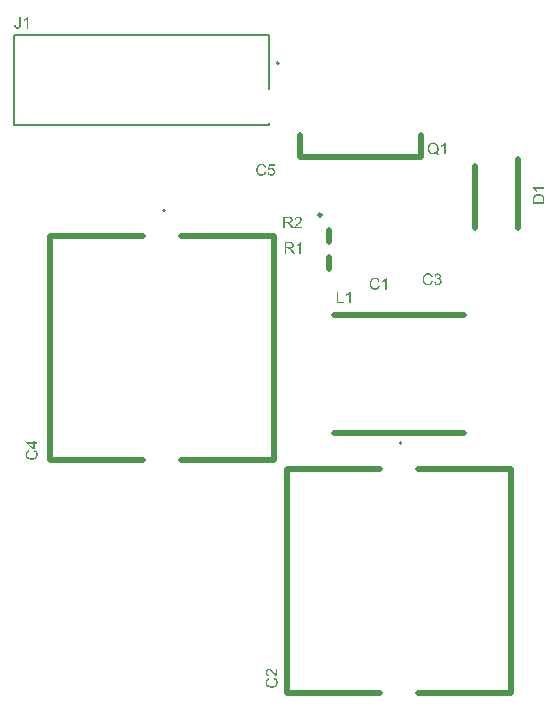
<source format=gbr>
%TF.GenerationSoftware,Altium Limited,Altium Designer,21.1.1 (26)*%
G04 Layer_Color=65535*
%FSLAX42Y42*%
%MOMM*%
%TF.SameCoordinates,4B38A6DA-841C-4E6F-8FC0-14FCB5F023F9*%
%TF.FilePolarity,Positive*%
%TF.FileFunction,Legend,Top*%
%TF.Part,Single*%
G01*
G75*
%TA.AperFunction,NonConductor*%
%ADD20C,0.51*%
%ADD32C,0.20*%
%ADD33C,0.25*%
%ADD34C,0.13*%
G36*
X6765Y11260D02*
Y11260D01*
Y11260D01*
Y11259D01*
Y11258D01*
X6765Y11257D01*
Y11256D01*
X6765Y11254D01*
X6765Y11250D01*
X6764Y11247D01*
X6763Y11244D01*
X6762Y11241D01*
Y11241D01*
X6762Y11241D01*
X6762Y11240D01*
X6761Y11239D01*
X6760Y11238D01*
X6759Y11236D01*
X6757Y11234D01*
X6755Y11233D01*
X6753Y11231D01*
X6752Y11231D01*
X6752Y11231D01*
X6750Y11230D01*
X6749Y11230D01*
X6746Y11229D01*
X6744Y11228D01*
X6741Y11228D01*
X6738Y11228D01*
X6737D01*
X6736Y11228D01*
X6735Y11228D01*
X6733Y11228D01*
X6730Y11229D01*
X6727Y11230D01*
X6724Y11231D01*
X6722Y11232D01*
X6721Y11233D01*
X6719Y11234D01*
X6718Y11235D01*
X6718Y11235D01*
X6718Y11235D01*
X6718Y11236D01*
X6717Y11237D01*
X6717Y11237D01*
X6716Y11238D01*
X6715Y11239D01*
X6715Y11241D01*
X6714Y11242D01*
X6714Y11244D01*
X6713Y11245D01*
X6712Y11247D01*
X6712Y11249D01*
X6712Y11252D01*
X6712Y11254D01*
Y11257D01*
X6723Y11259D01*
Y11258D01*
Y11258D01*
Y11258D01*
X6723Y11257D01*
X6724Y11256D01*
Y11255D01*
X6724Y11253D01*
X6724Y11250D01*
X6725Y11248D01*
X6726Y11245D01*
X6727Y11244D01*
X6727Y11243D01*
X6728Y11243D01*
X6728Y11243D01*
X6729Y11242D01*
X6730Y11241D01*
X6732Y11241D01*
X6733Y11240D01*
X6735Y11239D01*
X6738Y11239D01*
X6739D01*
X6739Y11239D01*
X6741Y11240D01*
X6742Y11240D01*
X6743Y11240D01*
X6745Y11241D01*
X6746Y11241D01*
X6746Y11242D01*
X6747Y11242D01*
X6747Y11242D01*
X6748Y11243D01*
X6749Y11244D01*
X6750Y11245D01*
X6750Y11246D01*
X6751Y11248D01*
Y11248D01*
X6751Y11248D01*
X6751Y11249D01*
X6752Y11250D01*
X6752Y11252D01*
X6752Y11254D01*
X6752Y11257D01*
Y11260D01*
Y11327D01*
X6765D01*
Y11260D01*
D02*
G37*
G36*
X6827Y11229D02*
X6815D01*
Y11306D01*
X6814Y11306D01*
X6814Y11305D01*
X6813Y11304D01*
X6812Y11303D01*
X6810Y11302D01*
X6808Y11301D01*
X6806Y11299D01*
X6803Y11297D01*
X6803D01*
X6803Y11297D01*
X6802Y11297D01*
X6801Y11296D01*
X6799Y11295D01*
X6797Y11294D01*
X6795Y11293D01*
X6793Y11292D01*
X6791Y11291D01*
Y11303D01*
X6791D01*
X6791Y11303D01*
X6792Y11303D01*
X6792Y11304D01*
X6793Y11304D01*
X6794Y11305D01*
X6797Y11306D01*
X6799Y11308D01*
X6802Y11310D01*
X6805Y11312D01*
X6808Y11314D01*
X6808Y11314D01*
X6808Y11315D01*
X6809Y11315D01*
X6809Y11315D01*
X6811Y11317D01*
X6812Y11319D01*
X6814Y11321D01*
X6816Y11323D01*
X6817Y11325D01*
X6819Y11327D01*
X6827D01*
Y11229D01*
D02*
G37*
G36*
X8939Y5743D02*
X8939D01*
X8938D01*
X8937D01*
X8936Y5743D01*
X8935Y5743D01*
X8933Y5744D01*
X8932Y5744D01*
X8930Y5745D01*
X8930D01*
X8930Y5745D01*
X8929Y5745D01*
X8928Y5746D01*
X8926Y5746D01*
X8924Y5748D01*
X8922Y5749D01*
X8920Y5750D01*
X8917Y5752D01*
X8917D01*
X8917Y5753D01*
X8916Y5753D01*
X8915Y5755D01*
X8913Y5757D01*
X8911Y5759D01*
X8909Y5761D01*
X8906Y5765D01*
X8903Y5768D01*
X8903Y5768D01*
X8902Y5769D01*
X8902Y5770D01*
X8901Y5771D01*
X8900Y5772D01*
X8898Y5773D01*
X8897Y5775D01*
X8895Y5777D01*
X8892Y5780D01*
X8889Y5784D01*
X8887Y5786D01*
X8885Y5787D01*
X8884Y5789D01*
X8882Y5790D01*
X8882D01*
X8882Y5790D01*
X8881Y5790D01*
X8881Y5791D01*
X8879Y5791D01*
X8877Y5793D01*
X8875Y5794D01*
X8873Y5795D01*
X8870Y5795D01*
X8868Y5795D01*
X8867D01*
X8867D01*
X8866Y5795D01*
X8865Y5795D01*
X8863Y5795D01*
X8862Y5794D01*
X8860Y5793D01*
X8858Y5792D01*
X8856Y5790D01*
X8855Y5790D01*
X8855Y5789D01*
X8854Y5788D01*
X8853Y5787D01*
X8852Y5785D01*
X8851Y5782D01*
X8851Y5780D01*
X8851Y5777D01*
Y5776D01*
X8851Y5775D01*
X8851Y5774D01*
X8851Y5772D01*
X8852Y5770D01*
X8853Y5767D01*
X8854Y5765D01*
X8856Y5763D01*
X8856Y5763D01*
X8857Y5762D01*
X8858Y5761D01*
X8860Y5760D01*
X8862Y5759D01*
X8864Y5759D01*
X8867Y5758D01*
X8870Y5758D01*
X8869Y5745D01*
X8869D01*
X8868Y5746D01*
X8868D01*
X8867Y5746D01*
X8866Y5746D01*
X8864Y5746D01*
X8863Y5747D01*
X8861Y5747D01*
X8858Y5748D01*
X8854Y5750D01*
X8853Y5751D01*
X8851Y5752D01*
X8850Y5753D01*
X8848Y5755D01*
X8848Y5755D01*
X8848Y5755D01*
X8847Y5756D01*
X8847Y5756D01*
X8846Y5757D01*
X8846Y5758D01*
X8845Y5759D01*
X8844Y5761D01*
X8844Y5762D01*
X8843Y5764D01*
X8842Y5766D01*
X8842Y5768D01*
X8842Y5770D01*
X8841Y5772D01*
X8841Y5775D01*
X8841Y5777D01*
Y5779D01*
X8841Y5780D01*
X8841Y5781D01*
X8841Y5782D01*
X8842Y5784D01*
X8842Y5785D01*
X8843Y5789D01*
X8844Y5792D01*
X8845Y5794D01*
X8846Y5796D01*
X8847Y5798D01*
X8849Y5799D01*
X8849Y5800D01*
X8849Y5800D01*
X8850Y5800D01*
X8850Y5801D01*
X8851Y5801D01*
X8852Y5802D01*
X8853Y5803D01*
X8854Y5804D01*
X8857Y5805D01*
X8860Y5806D01*
X8862Y5807D01*
X8864Y5807D01*
X8866Y5808D01*
X8868Y5808D01*
X8868D01*
X8869D01*
X8870Y5808D01*
X8872Y5807D01*
X8873Y5807D01*
X8875Y5807D01*
X8877Y5806D01*
X8879Y5805D01*
X8880Y5805D01*
X8880Y5805D01*
X8882Y5804D01*
X8883Y5803D01*
X8885Y5802D01*
X8887Y5801D01*
X8889Y5799D01*
X8891Y5797D01*
X8892Y5797D01*
X8893Y5796D01*
X8893Y5795D01*
X8894Y5795D01*
X8895Y5794D01*
X8896Y5793D01*
X8897Y5792D01*
X8898Y5790D01*
X8900Y5789D01*
X8901Y5787D01*
X8903Y5785D01*
X8905Y5783D01*
X8906Y5781D01*
X8908Y5779D01*
X8909Y5779D01*
X8909Y5778D01*
X8909Y5778D01*
X8910Y5777D01*
X8911Y5776D01*
X8912Y5775D01*
X8913Y5773D01*
X8916Y5771D01*
X8918Y5768D01*
X8919Y5766D01*
X8920Y5766D01*
X8921Y5765D01*
X8921Y5765D01*
X8921Y5764D01*
X8922Y5764D01*
X8923Y5763D01*
X8924Y5762D01*
X8925Y5761D01*
X8927Y5760D01*
Y5808D01*
X8939D01*
Y5743D01*
D02*
G37*
G36*
X8909Y5734D02*
X8909Y5733D01*
X8911Y5733D01*
X8912Y5733D01*
X8913Y5732D01*
X8915Y5731D01*
X8917Y5730D01*
X8921Y5728D01*
X8925Y5726D01*
X8927Y5724D01*
X8929Y5723D01*
X8930Y5721D01*
X8932Y5719D01*
X8932Y5719D01*
X8933Y5719D01*
X8933Y5718D01*
X8933Y5717D01*
X8934Y5716D01*
X8935Y5715D01*
X8936Y5714D01*
X8936Y5712D01*
X8937Y5710D01*
X8938Y5708D01*
X8938Y5706D01*
X8939Y5704D01*
X8940Y5701D01*
X8940Y5699D01*
X8940Y5696D01*
X8940Y5693D01*
Y5692D01*
X8940Y5691D01*
Y5689D01*
X8940Y5688D01*
X8940Y5686D01*
X8940Y5684D01*
X8939Y5680D01*
X8938Y5676D01*
X8936Y5672D01*
X8935Y5670D01*
X8934Y5668D01*
X8934Y5668D01*
X8934Y5667D01*
X8933Y5667D01*
X8933Y5666D01*
X8932Y5665D01*
X8931Y5664D01*
X8930Y5663D01*
X8929Y5662D01*
X8928Y5661D01*
X8927Y5660D01*
X8924Y5657D01*
X8920Y5655D01*
X8916Y5653D01*
X8915D01*
X8915Y5652D01*
X8914Y5652D01*
X8913Y5652D01*
X8912Y5652D01*
X8911Y5651D01*
X8909Y5651D01*
X8908Y5650D01*
X8906Y5650D01*
X8904Y5649D01*
X8899Y5648D01*
X8894Y5648D01*
X8889Y5648D01*
X8889D01*
X8889D01*
X8888D01*
X8887Y5648D01*
X8885D01*
X8884Y5648D01*
X8882Y5648D01*
X8880Y5648D01*
X8876Y5649D01*
X8872Y5650D01*
X8867Y5651D01*
X8863Y5653D01*
X8863Y5653D01*
X8862Y5654D01*
X8862Y5654D01*
X8861Y5654D01*
X8860Y5655D01*
X8859Y5656D01*
X8856Y5658D01*
X8853Y5660D01*
X8851Y5663D01*
X8848Y5666D01*
X8845Y5670D01*
X8845Y5670D01*
X8845Y5670D01*
X8845Y5671D01*
X8844Y5672D01*
X8844Y5673D01*
X8844Y5674D01*
X8843Y5675D01*
X8842Y5677D01*
X8842Y5679D01*
X8841Y5680D01*
X8841Y5684D01*
X8840Y5689D01*
X8840Y5694D01*
Y5695D01*
X8840Y5696D01*
X8840Y5697D01*
X8840Y5699D01*
X8840Y5700D01*
X8841Y5702D01*
X8841Y5706D01*
X8843Y5710D01*
X8843Y5712D01*
X8844Y5714D01*
X8846Y5716D01*
X8847Y5718D01*
X8847Y5718D01*
X8847Y5719D01*
X8848Y5719D01*
X8848Y5720D01*
X8849Y5721D01*
X8850Y5722D01*
X8851Y5723D01*
X8852Y5724D01*
X8854Y5725D01*
X8855Y5726D01*
X8857Y5727D01*
X8859Y5728D01*
X8861Y5729D01*
X8863Y5730D01*
X8865Y5731D01*
X8868Y5732D01*
X8871Y5719D01*
X8871D01*
X8871Y5719D01*
X8870Y5719D01*
X8869Y5719D01*
X8868Y5718D01*
X8867Y5718D01*
X8865Y5717D01*
X8863Y5716D01*
X8860Y5714D01*
X8858Y5712D01*
X8855Y5709D01*
X8855Y5709D01*
X8855Y5708D01*
X8854Y5707D01*
X8853Y5705D01*
X8852Y5703D01*
X8851Y5700D01*
X8851Y5697D01*
X8851Y5693D01*
Y5692D01*
X8851Y5691D01*
Y5690D01*
X8851Y5689D01*
X8851Y5687D01*
X8852Y5684D01*
X8853Y5681D01*
X8854Y5677D01*
X8856Y5674D01*
Y5674D01*
X8856Y5674D01*
X8857Y5673D01*
X8858Y5672D01*
X8860Y5670D01*
X8862Y5668D01*
X8864Y5667D01*
X8867Y5665D01*
X8871Y5664D01*
X8871D01*
X8871Y5664D01*
X8871Y5663D01*
X8872Y5663D01*
X8873Y5663D01*
X8874Y5663D01*
X8876Y5662D01*
X8879Y5662D01*
X8882Y5661D01*
X8886Y5661D01*
X8889Y5661D01*
X8889D01*
X8890D01*
X8891D01*
X8891D01*
X8892Y5661D01*
X8894D01*
X8895Y5661D01*
X8897Y5661D01*
X8900Y5662D01*
X8904Y5662D01*
X8907Y5663D01*
X8911Y5664D01*
X8911D01*
X8911Y5664D01*
X8912Y5665D01*
X8913Y5665D01*
X8914Y5666D01*
X8916Y5667D01*
X8918Y5669D01*
X8921Y5671D01*
X8923Y5673D01*
X8925Y5676D01*
Y5676D01*
X8925Y5676D01*
X8925Y5676D01*
X8926Y5677D01*
X8926Y5678D01*
X8926Y5679D01*
X8927Y5681D01*
X8928Y5683D01*
X8929Y5686D01*
X8929Y5689D01*
X8929Y5692D01*
Y5693D01*
X8929Y5694D01*
Y5695D01*
X8929Y5696D01*
X8929Y5699D01*
X8928Y5702D01*
X8927Y5705D01*
X8925Y5708D01*
X8924Y5709D01*
X8923Y5711D01*
X8923Y5711D01*
X8923Y5711D01*
X8923Y5711D01*
X8922Y5712D01*
X8921Y5712D01*
X8921Y5713D01*
X8920Y5714D01*
X8919Y5715D01*
X8917Y5716D01*
X8916Y5716D01*
X8915Y5717D01*
X8913Y5718D01*
X8911Y5719D01*
X8909Y5720D01*
X8907Y5720D01*
X8905Y5721D01*
X8908Y5734D01*
X8908D01*
X8909Y5734D01*
D02*
G37*
G36*
X10217Y9156D02*
X10218Y9156D01*
X10219Y9156D01*
X10221Y9156D01*
X10223Y9155D01*
X10227Y9155D01*
X10231Y9153D01*
X10233Y9152D01*
X10235Y9151D01*
X10237Y9150D01*
X10239Y9149D01*
X10239Y9149D01*
X10239Y9149D01*
X10240Y9148D01*
X10241Y9147D01*
X10241Y9147D01*
X10242Y9146D01*
X10243Y9145D01*
X10244Y9144D01*
X10246Y9142D01*
X10247Y9140D01*
X10248Y9139D01*
X10249Y9137D01*
X10250Y9135D01*
X10251Y9133D01*
X10252Y9130D01*
X10253Y9128D01*
X10240Y9125D01*
Y9125D01*
X10240Y9125D01*
X10240Y9126D01*
X10239Y9127D01*
X10239Y9127D01*
X10239Y9129D01*
X10238Y9131D01*
X10236Y9133D01*
X10235Y9136D01*
X10232Y9138D01*
X10230Y9140D01*
X10230Y9141D01*
X10229Y9141D01*
X10228Y9142D01*
X10226Y9143D01*
X10223Y9144D01*
X10221Y9145D01*
X10217Y9145D01*
X10214Y9145D01*
X10213D01*
X10212Y9145D01*
X10211D01*
X10210Y9145D01*
X10207Y9145D01*
X10204Y9144D01*
X10201Y9143D01*
X10198Y9142D01*
X10195Y9140D01*
X10195D01*
X10195Y9140D01*
X10194Y9139D01*
X10193Y9138D01*
X10191Y9136D01*
X10189Y9134D01*
X10187Y9132D01*
X10186Y9129D01*
X10184Y9125D01*
Y9125D01*
X10184Y9125D01*
X10184Y9125D01*
X10184Y9124D01*
X10184Y9123D01*
X10183Y9122D01*
X10183Y9120D01*
X10183Y9117D01*
X10182Y9114D01*
X10182Y9110D01*
X10182Y9107D01*
Y9106D01*
Y9106D01*
Y9105D01*
Y9104D01*
X10182Y9104D01*
Y9102D01*
X10182Y9101D01*
X10182Y9099D01*
X10182Y9096D01*
X10183Y9092D01*
X10184Y9089D01*
X10185Y9085D01*
Y9085D01*
X10185Y9084D01*
X10185Y9084D01*
X10186Y9083D01*
X10187Y9082D01*
X10188Y9080D01*
X10189Y9077D01*
X10191Y9075D01*
X10194Y9073D01*
X10196Y9071D01*
X10196D01*
X10197Y9071D01*
X10197Y9071D01*
X10198Y9070D01*
X10198Y9070D01*
X10199Y9070D01*
X10201Y9069D01*
X10204Y9068D01*
X10207Y9067D01*
X10210Y9067D01*
X10213Y9066D01*
X10214D01*
X10215Y9067D01*
X10216D01*
X10217Y9067D01*
X10219Y9067D01*
X10222Y9068D01*
X10225Y9069D01*
X10228Y9071D01*
X10230Y9072D01*
X10231Y9073D01*
X10231Y9073D01*
X10232Y9073D01*
X10232Y9073D01*
X10233Y9074D01*
X10233Y9074D01*
X10234Y9075D01*
X10235Y9076D01*
X10235Y9077D01*
X10236Y9079D01*
X10237Y9080D01*
X10238Y9081D01*
X10239Y9083D01*
X10240Y9085D01*
X10240Y9087D01*
X10241Y9089D01*
X10242Y9091D01*
X10255Y9088D01*
Y9088D01*
X10254Y9087D01*
X10254Y9086D01*
X10254Y9085D01*
X10253Y9084D01*
X10253Y9082D01*
X10252Y9081D01*
X10251Y9079D01*
X10249Y9075D01*
X10247Y9071D01*
X10245Y9069D01*
X10244Y9067D01*
X10242Y9065D01*
X10240Y9064D01*
X10240Y9064D01*
X10239Y9063D01*
X10239Y9063D01*
X10238Y9062D01*
X10237Y9062D01*
X10236Y9061D01*
X10234Y9060D01*
X10233Y9060D01*
X10231Y9059D01*
X10229Y9058D01*
X10227Y9057D01*
X10225Y9057D01*
X10222Y9056D01*
X10220Y9056D01*
X10217Y9056D01*
X10214Y9055D01*
X10213D01*
X10211Y9056D01*
X10210D01*
X10209Y9056D01*
X10207Y9056D01*
X10205Y9056D01*
X10201Y9057D01*
X10197Y9058D01*
X10192Y9060D01*
X10190Y9061D01*
X10188Y9062D01*
X10188Y9062D01*
X10188Y9062D01*
X10187Y9062D01*
X10187Y9063D01*
X10186Y9064D01*
X10185Y9064D01*
X10184Y9065D01*
X10183Y9067D01*
X10182Y9068D01*
X10180Y9069D01*
X10178Y9072D01*
X10175Y9076D01*
X10173Y9080D01*
Y9081D01*
X10173Y9081D01*
X10173Y9082D01*
X10172Y9082D01*
X10172Y9084D01*
X10172Y9085D01*
X10171Y9087D01*
X10171Y9088D01*
X10170Y9090D01*
X10170Y9092D01*
X10169Y9097D01*
X10169Y9102D01*
X10168Y9107D01*
Y9107D01*
Y9107D01*
Y9108D01*
X10168Y9109D01*
Y9111D01*
X10169Y9112D01*
X10169Y9114D01*
X10169Y9116D01*
X10170Y9120D01*
X10171Y9124D01*
X10172Y9129D01*
X10174Y9133D01*
X10174Y9133D01*
X10174Y9134D01*
X10175Y9134D01*
X10175Y9135D01*
X10176Y9136D01*
X10176Y9137D01*
X10178Y9140D01*
X10181Y9142D01*
X10183Y9145D01*
X10187Y9148D01*
X10191Y9150D01*
X10191Y9151D01*
X10191Y9151D01*
X10192Y9151D01*
X10192Y9151D01*
X10193Y9152D01*
X10195Y9152D01*
X10196Y9153D01*
X10198Y9153D01*
X10199Y9154D01*
X10201Y9155D01*
X10205Y9155D01*
X10210Y9156D01*
X10214Y9156D01*
X10216D01*
X10217Y9156D01*
D02*
G37*
G36*
X10299Y9155D02*
X10301Y9155D01*
X10303Y9154D01*
X10306Y9154D01*
X10308Y9153D01*
X10311Y9152D01*
X10311D01*
X10311Y9151D01*
X10312Y9151D01*
X10313Y9150D01*
X10315Y9149D01*
X10316Y9148D01*
X10318Y9146D01*
X10320Y9144D01*
X10321Y9142D01*
X10321Y9142D01*
X10322Y9141D01*
X10322Y9140D01*
X10323Y9138D01*
X10324Y9137D01*
X10324Y9135D01*
X10325Y9132D01*
X10325Y9130D01*
Y9129D01*
Y9129D01*
X10325Y9127D01*
X10324Y9126D01*
X10324Y9124D01*
X10323Y9122D01*
X10322Y9120D01*
X10321Y9118D01*
X10321Y9118D01*
X10321Y9117D01*
X10320Y9116D01*
X10319Y9115D01*
X10317Y9114D01*
X10316Y9113D01*
X10314Y9111D01*
X10311Y9110D01*
X10311D01*
X10312Y9110D01*
X10312Y9110D01*
X10313Y9110D01*
X10314Y9109D01*
X10316Y9108D01*
X10318Y9107D01*
X10321Y9106D01*
X10323Y9104D01*
X10325Y9102D01*
X10325Y9101D01*
X10325Y9101D01*
X10326Y9099D01*
X10327Y9097D01*
X10328Y9095D01*
X10329Y9092D01*
X10329Y9089D01*
X10330Y9086D01*
Y9086D01*
Y9085D01*
Y9085D01*
X10329Y9084D01*
X10329Y9083D01*
X10329Y9081D01*
X10329Y9080D01*
X10328Y9078D01*
X10327Y9075D01*
X10326Y9073D01*
X10326Y9072D01*
X10324Y9070D01*
X10323Y9068D01*
X10322Y9066D01*
X10320Y9064D01*
X10320Y9064D01*
X10320Y9064D01*
X10319Y9063D01*
X10318Y9063D01*
X10318Y9062D01*
X10316Y9061D01*
X10315Y9061D01*
X10314Y9060D01*
X10312Y9059D01*
X10310Y9058D01*
X10308Y9058D01*
X10306Y9057D01*
X10304Y9056D01*
X10302Y9056D01*
X10299Y9056D01*
X10297Y9055D01*
X10295D01*
X10294Y9056D01*
X10293Y9056D01*
X10292Y9056D01*
X10291Y9056D01*
X10289Y9056D01*
X10286Y9057D01*
X10282Y9059D01*
X10280Y9060D01*
X10279Y9061D01*
X10277Y9062D01*
X10275Y9063D01*
X10275Y9063D01*
X10275Y9063D01*
X10274Y9064D01*
X10274Y9064D01*
X10273Y9065D01*
X10273Y9066D01*
X10272Y9067D01*
X10271Y9068D01*
X10270Y9070D01*
X10269Y9071D01*
X10268Y9075D01*
X10266Y9079D01*
X10266Y9081D01*
X10266Y9083D01*
X10278Y9084D01*
Y9084D01*
X10278Y9084D01*
X10278Y9083D01*
X10278Y9083D01*
X10278Y9082D01*
X10279Y9081D01*
X10279Y9079D01*
X10280Y9076D01*
X10281Y9074D01*
X10283Y9072D01*
X10285Y9070D01*
X10285Y9070D01*
X10285Y9069D01*
X10287Y9068D01*
X10288Y9068D01*
X10290Y9067D01*
X10292Y9066D01*
X10294Y9065D01*
X10297Y9065D01*
X10298D01*
X10298Y9065D01*
X10300Y9066D01*
X10302Y9066D01*
X10304Y9067D01*
X10306Y9068D01*
X10309Y9069D01*
X10311Y9071D01*
X10311Y9071D01*
X10312Y9072D01*
X10313Y9073D01*
X10314Y9075D01*
X10315Y9077D01*
X10316Y9080D01*
X10317Y9082D01*
X10317Y9086D01*
Y9086D01*
Y9086D01*
Y9086D01*
X10317Y9087D01*
X10317Y9089D01*
X10316Y9090D01*
X10316Y9093D01*
X10315Y9095D01*
X10313Y9097D01*
X10311Y9099D01*
X10311Y9100D01*
X10310Y9100D01*
X10309Y9101D01*
X10308Y9102D01*
X10306Y9103D01*
X10303Y9104D01*
X10301Y9104D01*
X10298Y9105D01*
X10296D01*
X10295Y9104D01*
X10294Y9104D01*
X10293Y9104D01*
X10291Y9104D01*
X10289Y9103D01*
X10291Y9114D01*
X10291D01*
X10292Y9114D01*
X10294D01*
X10295Y9114D01*
X10297Y9114D01*
X10299Y9115D01*
X10302Y9115D01*
X10304Y9116D01*
X10306Y9118D01*
X10306D01*
X10307Y9118D01*
X10307Y9118D01*
X10308Y9119D01*
X10309Y9121D01*
X10311Y9123D01*
X10311Y9125D01*
X10312Y9127D01*
X10312Y9128D01*
Y9130D01*
Y9130D01*
Y9130D01*
Y9131D01*
X10312Y9132D01*
X10312Y9134D01*
X10311Y9136D01*
X10311Y9137D01*
X10310Y9139D01*
X10308Y9141D01*
X10308Y9141D01*
X10307Y9142D01*
X10306Y9142D01*
X10305Y9143D01*
X10303Y9144D01*
X10301Y9145D01*
X10299Y9145D01*
X10296Y9145D01*
X10295D01*
X10294Y9145D01*
X10292Y9145D01*
X10290Y9144D01*
X10289Y9143D01*
X10287Y9142D01*
X10285Y9141D01*
X10285Y9141D01*
X10284Y9140D01*
X10283Y9139D01*
X10282Y9138D01*
X10281Y9136D01*
X10280Y9134D01*
X10279Y9131D01*
X10279Y9128D01*
X10267Y9130D01*
Y9130D01*
X10267Y9130D01*
X10267Y9131D01*
X10267Y9132D01*
X10268Y9133D01*
X10268Y9134D01*
X10269Y9137D01*
X10270Y9140D01*
X10272Y9143D01*
X10274Y9146D01*
X10277Y9148D01*
X10277Y9149D01*
X10277Y9149D01*
X10278Y9149D01*
X10278Y9149D01*
X10279Y9150D01*
X10280Y9151D01*
X10281Y9151D01*
X10282Y9152D01*
X10285Y9153D01*
X10288Y9154D01*
X10292Y9155D01*
X10294Y9155D01*
X10298D01*
X10299Y9155D01*
D02*
G37*
G36*
X6883Y7725D02*
X6907D01*
Y7713D01*
X6883D01*
Y7671D01*
X6872D01*
X6809Y7716D01*
Y7725D01*
X6872D01*
Y7739D01*
X6883D01*
Y7725D01*
D02*
G37*
G36*
X6877Y7664D02*
X6877Y7664D01*
X6879Y7663D01*
X6880Y7663D01*
X6881Y7662D01*
X6883Y7661D01*
X6885Y7661D01*
X6889Y7659D01*
X6893Y7656D01*
X6895Y7655D01*
X6897Y7653D01*
X6898Y7651D01*
X6900Y7649D01*
X6900Y7649D01*
X6901Y7649D01*
X6901Y7648D01*
X6901Y7647D01*
X6902Y7646D01*
X6903Y7645D01*
X6904Y7644D01*
X6904Y7642D01*
X6905Y7640D01*
X6906Y7638D01*
X6906Y7636D01*
X6907Y7634D01*
X6908Y7632D01*
X6908Y7629D01*
X6908Y7626D01*
X6908Y7623D01*
Y7622D01*
X6908Y7621D01*
Y7620D01*
X6908Y7618D01*
X6908Y7616D01*
X6908Y7614D01*
X6907Y7610D01*
X6906Y7606D01*
X6904Y7602D01*
X6903Y7600D01*
X6902Y7598D01*
X6902Y7598D01*
X6902Y7597D01*
X6901Y7597D01*
X6901Y7596D01*
X6900Y7595D01*
X6899Y7594D01*
X6898Y7593D01*
X6897Y7592D01*
X6896Y7591D01*
X6895Y7590D01*
X6892Y7587D01*
X6888Y7585D01*
X6884Y7583D01*
X6883D01*
X6883Y7582D01*
X6882Y7582D01*
X6881Y7582D01*
X6880Y7582D01*
X6879Y7581D01*
X6877Y7581D01*
X6876Y7580D01*
X6874Y7580D01*
X6872Y7579D01*
X6867Y7579D01*
X6862Y7578D01*
X6857Y7578D01*
X6857D01*
X6857D01*
X6856D01*
X6855Y7578D01*
X6853D01*
X6852Y7578D01*
X6850Y7578D01*
X6848Y7578D01*
X6844Y7579D01*
X6840Y7580D01*
X6835Y7581D01*
X6831Y7583D01*
X6831Y7584D01*
X6830Y7584D01*
X6830Y7584D01*
X6829Y7585D01*
X6828Y7585D01*
X6827Y7586D01*
X6824Y7588D01*
X6821Y7590D01*
X6819Y7593D01*
X6816Y7596D01*
X6813Y7600D01*
X6813Y7600D01*
X6813Y7601D01*
X6813Y7601D01*
X6812Y7602D01*
X6812Y7603D01*
X6812Y7604D01*
X6811Y7605D01*
X6810Y7607D01*
X6810Y7609D01*
X6809Y7611D01*
X6809Y7614D01*
X6808Y7619D01*
X6808Y7624D01*
Y7625D01*
X6808Y7626D01*
X6808Y7627D01*
X6808Y7629D01*
X6808Y7630D01*
X6809Y7632D01*
X6809Y7636D01*
X6811Y7640D01*
X6811Y7642D01*
X6812Y7644D01*
X6814Y7646D01*
X6815Y7648D01*
X6815Y7648D01*
X6815Y7649D01*
X6816Y7649D01*
X6816Y7650D01*
X6817Y7651D01*
X6818Y7652D01*
X6819Y7653D01*
X6820Y7654D01*
X6822Y7655D01*
X6823Y7656D01*
X6825Y7657D01*
X6827Y7658D01*
X6829Y7659D01*
X6831Y7661D01*
X6833Y7661D01*
X6836Y7662D01*
X6839Y7650D01*
X6839D01*
X6839Y7649D01*
X6838Y7649D01*
X6837Y7649D01*
X6836Y7649D01*
X6835Y7648D01*
X6833Y7647D01*
X6831Y7646D01*
X6828Y7644D01*
X6826Y7642D01*
X6823Y7640D01*
X6823Y7639D01*
X6823Y7638D01*
X6822Y7637D01*
X6821Y7635D01*
X6820Y7633D01*
X6819Y7630D01*
X6819Y7627D01*
X6819Y7623D01*
Y7622D01*
X6819Y7622D01*
Y7621D01*
X6819Y7619D01*
X6819Y7617D01*
X6820Y7614D01*
X6821Y7611D01*
X6822Y7607D01*
X6824Y7604D01*
Y7604D01*
X6824Y7604D01*
X6825Y7603D01*
X6826Y7602D01*
X6828Y7600D01*
X6830Y7599D01*
X6832Y7597D01*
X6835Y7595D01*
X6839Y7594D01*
X6839D01*
X6839Y7594D01*
X6839Y7594D01*
X6840Y7593D01*
X6841Y7593D01*
X6842Y7593D01*
X6844Y7592D01*
X6847Y7592D01*
X6850Y7591D01*
X6854Y7591D01*
X6857Y7591D01*
X6857D01*
X6858D01*
X6859D01*
X6859D01*
X6860Y7591D01*
X6862D01*
X6863Y7591D01*
X6865Y7591D01*
X6868Y7592D01*
X6872Y7592D01*
X6875Y7593D01*
X6879Y7594D01*
X6879D01*
X6879Y7595D01*
X6880Y7595D01*
X6881Y7595D01*
X6882Y7596D01*
X6884Y7597D01*
X6886Y7599D01*
X6889Y7601D01*
X6891Y7603D01*
X6893Y7606D01*
Y7606D01*
X6893Y7606D01*
X6893Y7607D01*
X6894Y7607D01*
X6894Y7608D01*
X6894Y7609D01*
X6895Y7611D01*
X6896Y7613D01*
X6897Y7616D01*
X6897Y7619D01*
X6897Y7622D01*
Y7623D01*
X6897Y7624D01*
Y7625D01*
X6897Y7626D01*
X6897Y7629D01*
X6896Y7632D01*
X6895Y7635D01*
X6893Y7638D01*
X6892Y7639D01*
X6891Y7641D01*
X6891Y7641D01*
X6891Y7641D01*
X6891Y7641D01*
X6890Y7642D01*
X6889Y7643D01*
X6889Y7643D01*
X6888Y7644D01*
X6887Y7645D01*
X6885Y7646D01*
X6884Y7647D01*
X6883Y7647D01*
X6881Y7648D01*
X6879Y7649D01*
X6877Y7650D01*
X6875Y7650D01*
X6873Y7651D01*
X6876Y7664D01*
X6876D01*
X6877Y7664D01*
D02*
G37*
G36*
X9558Y8905D02*
X9546D01*
Y8981D01*
X9546Y8981D01*
X9545Y8980D01*
X9544Y8979D01*
X9543Y8978D01*
X9541Y8977D01*
X9539Y8976D01*
X9537Y8974D01*
X9534Y8972D01*
X9534D01*
X9534Y8972D01*
X9533Y8972D01*
X9532Y8971D01*
X9530Y8970D01*
X9528Y8969D01*
X9526Y8968D01*
X9524Y8967D01*
X9522Y8966D01*
Y8978D01*
X9522D01*
X9522Y8978D01*
X9523Y8978D01*
X9524Y8979D01*
X9524Y8979D01*
X9525Y8980D01*
X9528Y8981D01*
X9531Y8983D01*
X9534Y8985D01*
X9536Y8987D01*
X9539Y8989D01*
X9540Y8990D01*
X9540Y8990D01*
X9540Y8990D01*
X9541Y8991D01*
X9542Y8992D01*
X9544Y8994D01*
X9545Y8996D01*
X9547Y8998D01*
X9549Y9000D01*
X9550Y9002D01*
X9558D01*
Y8905D01*
D02*
G37*
G36*
X9454Y8916D02*
X9502D01*
Y8905D01*
X9441D01*
Y9002D01*
X9454D01*
Y8916D01*
D02*
G37*
G36*
X9118Y9637D02*
X9119Y9637D01*
X9120Y9637D01*
X9122Y9637D01*
X9123Y9636D01*
X9127Y9636D01*
X9131Y9634D01*
X9132Y9633D01*
X9134Y9632D01*
X9136Y9631D01*
X9138Y9630D01*
X9138Y9629D01*
X9138Y9629D01*
X9138Y9629D01*
X9139Y9628D01*
X9139Y9627D01*
X9140Y9626D01*
X9141Y9626D01*
X9142Y9624D01*
X9143Y9622D01*
X9145Y9618D01*
X9145Y9616D01*
X9145Y9615D01*
X9146Y9613D01*
X9146Y9610D01*
Y9610D01*
Y9609D01*
X9146Y9608D01*
X9146Y9607D01*
X9145Y9605D01*
X9145Y9603D01*
X9144Y9601D01*
X9143Y9599D01*
X9143Y9599D01*
X9143Y9598D01*
X9142Y9597D01*
X9141Y9595D01*
X9140Y9594D01*
X9139Y9591D01*
X9137Y9589D01*
X9135Y9587D01*
X9135Y9587D01*
X9134Y9586D01*
X9134Y9585D01*
X9133Y9584D01*
X9132Y9583D01*
X9131Y9582D01*
X9130Y9581D01*
X9128Y9580D01*
X9127Y9579D01*
X9125Y9577D01*
X9123Y9575D01*
X9121Y9574D01*
X9119Y9572D01*
X9117Y9570D01*
X9117Y9570D01*
X9117Y9569D01*
X9116Y9569D01*
X9115Y9568D01*
X9114Y9568D01*
X9113Y9567D01*
X9111Y9565D01*
X9109Y9563D01*
X9106Y9561D01*
X9105Y9559D01*
X9104Y9558D01*
X9103Y9557D01*
X9103Y9557D01*
X9102Y9557D01*
X9102Y9556D01*
X9101Y9555D01*
X9100Y9554D01*
X9100Y9553D01*
X9098Y9551D01*
X9146D01*
Y9540D01*
X9081D01*
Y9540D01*
Y9540D01*
Y9541D01*
X9081Y9542D01*
X9082Y9543D01*
X9082Y9545D01*
X9082Y9546D01*
X9083Y9548D01*
Y9548D01*
X9083Y9548D01*
X9083Y9549D01*
X9084Y9550D01*
X9085Y9552D01*
X9086Y9554D01*
X9087Y9556D01*
X9089Y9558D01*
X9091Y9561D01*
Y9561D01*
X9091Y9561D01*
X9092Y9562D01*
X9093Y9563D01*
X9095Y9565D01*
X9097Y9567D01*
X9099Y9570D01*
X9103Y9572D01*
X9106Y9575D01*
X9106Y9576D01*
X9107Y9576D01*
X9108Y9577D01*
X9109Y9578D01*
X9110Y9579D01*
X9112Y9580D01*
X9113Y9581D01*
X9115Y9583D01*
X9118Y9586D01*
X9122Y9590D01*
X9124Y9591D01*
X9125Y9593D01*
X9127Y9595D01*
X9128Y9596D01*
Y9596D01*
X9128Y9596D01*
X9128Y9597D01*
X9129Y9597D01*
X9130Y9599D01*
X9131Y9601D01*
X9132Y9603D01*
X9133Y9605D01*
X9133Y9608D01*
X9134Y9611D01*
Y9611D01*
Y9611D01*
X9133Y9612D01*
X9133Y9613D01*
X9133Y9615D01*
X9132Y9617D01*
X9131Y9619D01*
X9130Y9621D01*
X9128Y9623D01*
X9128Y9623D01*
X9127Y9624D01*
X9126Y9624D01*
X9125Y9625D01*
X9123Y9626D01*
X9121Y9627D01*
X9118Y9627D01*
X9115Y9628D01*
X9114D01*
X9114Y9627D01*
X9112Y9627D01*
X9110Y9627D01*
X9108Y9626D01*
X9105Y9625D01*
X9103Y9624D01*
X9101Y9622D01*
X9101Y9622D01*
X9100Y9621D01*
X9099Y9620D01*
X9098Y9619D01*
X9097Y9617D01*
X9097Y9614D01*
X9096Y9611D01*
X9096Y9608D01*
X9084Y9609D01*
Y9609D01*
X9084Y9610D01*
Y9611D01*
X9084Y9612D01*
X9084Y9613D01*
X9084Y9614D01*
X9085Y9615D01*
X9085Y9617D01*
X9086Y9620D01*
X9088Y9624D01*
X9089Y9626D01*
X9090Y9627D01*
X9092Y9629D01*
X9093Y9630D01*
X9093Y9630D01*
X9093Y9630D01*
X9094Y9631D01*
X9095Y9631D01*
X9095Y9632D01*
X9096Y9632D01*
X9097Y9633D01*
X9099Y9634D01*
X9100Y9635D01*
X9102Y9635D01*
X9104Y9636D01*
X9106Y9636D01*
X9108Y9637D01*
X9110Y9637D01*
X9113Y9637D01*
X9115Y9637D01*
X9117D01*
X9118Y9637D01*
D02*
G37*
G36*
X9036Y9637D02*
X9037D01*
X9040Y9637D01*
X9043Y9636D01*
X9047Y9636D01*
X9050Y9635D01*
X9051Y9635D01*
X9053Y9634D01*
X9053D01*
X9053Y9634D01*
X9054Y9634D01*
X9055Y9633D01*
X9057Y9632D01*
X9058Y9631D01*
X9060Y9629D01*
X9062Y9627D01*
X9064Y9625D01*
Y9625D01*
X9064Y9625D01*
X9064Y9624D01*
X9065Y9623D01*
X9066Y9621D01*
X9066Y9619D01*
X9067Y9616D01*
X9067Y9613D01*
X9068Y9610D01*
Y9610D01*
Y9610D01*
Y9609D01*
X9067Y9609D01*
Y9608D01*
X9067Y9607D01*
X9067Y9604D01*
X9066Y9602D01*
X9065Y9599D01*
X9063Y9596D01*
X9062Y9594D01*
X9061Y9593D01*
X9061Y9593D01*
X9061Y9593D01*
X9060Y9592D01*
X9060Y9592D01*
X9059Y9591D01*
X9058Y9591D01*
X9057Y9590D01*
X9056Y9589D01*
X9054Y9588D01*
X9053Y9588D01*
X9051Y9587D01*
X9049Y9586D01*
X9047Y9585D01*
X9045Y9585D01*
X9043Y9584D01*
X9040Y9584D01*
X9040Y9584D01*
X9041Y9583D01*
X9042Y9583D01*
X9043Y9582D01*
X9045Y9581D01*
X9047Y9580D01*
X9048Y9579D01*
X9048Y9579D01*
X9049Y9578D01*
X9050Y9577D01*
X9051Y9575D01*
X9053Y9573D01*
X9055Y9571D01*
X9057Y9569D01*
X9059Y9566D01*
X9075Y9540D01*
X9059D01*
X9046Y9560D01*
Y9560D01*
X9046Y9560D01*
X9046Y9561D01*
X9045Y9561D01*
X9044Y9563D01*
X9043Y9565D01*
X9042Y9567D01*
X9040Y9569D01*
X9039Y9571D01*
X9037Y9573D01*
X9037Y9573D01*
X9037Y9574D01*
X9036Y9575D01*
X9035Y9576D01*
X9033Y9578D01*
X9032Y9579D01*
X9031Y9580D01*
X9030Y9580D01*
X9030Y9580D01*
X9030Y9580D01*
X9029Y9581D01*
X9028Y9581D01*
X9027Y9582D01*
X9025Y9582D01*
X9024D01*
X9024Y9582D01*
X9024D01*
X9023Y9583D01*
X9022Y9583D01*
X9021D01*
X9019Y9583D01*
X9003D01*
Y9540D01*
X8990D01*
Y9637D01*
X9035D01*
X9036Y9637D01*
D02*
G37*
G36*
X9137Y9324D02*
X9125D01*
Y9400D01*
X9125Y9400D01*
X9124Y9399D01*
X9123Y9398D01*
X9122Y9397D01*
X9120Y9396D01*
X9118Y9395D01*
X9116Y9393D01*
X9114Y9392D01*
X9113D01*
X9113Y9391D01*
X9112Y9391D01*
X9111Y9390D01*
X9109Y9389D01*
X9107Y9388D01*
X9105Y9387D01*
X9103Y9386D01*
X9101Y9385D01*
Y9397D01*
X9101D01*
X9101Y9397D01*
X9102Y9397D01*
X9103Y9398D01*
X9104Y9398D01*
X9105Y9399D01*
X9107Y9400D01*
X9110Y9402D01*
X9113Y9404D01*
X9116Y9406D01*
X9119Y9408D01*
X9119Y9409D01*
X9119Y9409D01*
X9119Y9409D01*
X9120Y9410D01*
X9121Y9411D01*
X9123Y9413D01*
X9124Y9415D01*
X9126Y9417D01*
X9128Y9419D01*
X9129Y9422D01*
X9137D01*
Y9324D01*
D02*
G37*
G36*
X9045Y9421D02*
X9046D01*
X9049Y9421D01*
X9052Y9420D01*
X9056Y9420D01*
X9059Y9419D01*
X9060Y9419D01*
X9062Y9418D01*
X9062D01*
X9062Y9418D01*
X9063Y9418D01*
X9064Y9417D01*
X9066Y9416D01*
X9067Y9415D01*
X9069Y9413D01*
X9071Y9411D01*
X9072Y9409D01*
Y9409D01*
X9073Y9409D01*
X9073Y9408D01*
X9074Y9407D01*
X9075Y9405D01*
X9075Y9403D01*
X9076Y9400D01*
X9076Y9397D01*
X9077Y9395D01*
Y9394D01*
Y9394D01*
Y9394D01*
X9076Y9393D01*
Y9392D01*
X9076Y9391D01*
X9076Y9388D01*
X9075Y9386D01*
X9074Y9383D01*
X9072Y9380D01*
X9071Y9378D01*
X9070Y9377D01*
X9070Y9377D01*
X9069Y9377D01*
X9069Y9376D01*
X9069Y9376D01*
X9068Y9375D01*
X9067Y9375D01*
X9066Y9374D01*
X9065Y9373D01*
X9063Y9372D01*
X9062Y9372D01*
X9060Y9371D01*
X9058Y9370D01*
X9056Y9370D01*
X9054Y9369D01*
X9052Y9368D01*
X9049Y9368D01*
X9049Y9368D01*
X9050Y9368D01*
X9051Y9367D01*
X9052Y9366D01*
X9054Y9365D01*
X9056Y9364D01*
X9057Y9363D01*
X9057Y9363D01*
X9058Y9362D01*
X9059Y9361D01*
X9060Y9360D01*
X9062Y9358D01*
X9064Y9355D01*
X9066Y9353D01*
X9068Y9350D01*
X9084Y9324D01*
X9068D01*
X9055Y9344D01*
Y9344D01*
X9055Y9344D01*
X9055Y9345D01*
X9054Y9345D01*
X9053Y9347D01*
X9052Y9349D01*
X9051Y9351D01*
X9049Y9353D01*
X9047Y9355D01*
X9046Y9357D01*
X9046Y9357D01*
X9046Y9358D01*
X9045Y9359D01*
X9044Y9360D01*
X9042Y9362D01*
X9041Y9363D01*
X9039Y9364D01*
X9039Y9364D01*
X9039Y9364D01*
X9038Y9364D01*
X9038Y9365D01*
X9037Y9365D01*
X9036Y9366D01*
X9034Y9366D01*
X9033D01*
X9033Y9366D01*
X9033D01*
X9032Y9367D01*
X9031Y9367D01*
X9030D01*
X9028Y9367D01*
X9012D01*
Y9324D01*
X8999D01*
Y9421D01*
X9044D01*
X9045Y9421D01*
D02*
G37*
G36*
X10362Y10165D02*
X10350D01*
Y10241D01*
X10350Y10241D01*
X10350Y10241D01*
X10349Y10240D01*
X10347Y10239D01*
X10346Y10237D01*
X10344Y10236D01*
X10342Y10234D01*
X10339Y10233D01*
X10339D01*
X10339Y10233D01*
X10338Y10232D01*
X10336Y10232D01*
X10335Y10231D01*
X10333Y10230D01*
X10331Y10229D01*
X10329Y10228D01*
X10326Y10227D01*
Y10238D01*
X10327D01*
X10327Y10239D01*
X10327Y10239D01*
X10328Y10239D01*
X10329Y10240D01*
X10330Y10240D01*
X10332Y10242D01*
X10335Y10243D01*
X10338Y10245D01*
X10341Y10247D01*
X10344Y10250D01*
X10344Y10250D01*
X10344Y10250D01*
X10345Y10251D01*
X10345Y10251D01*
X10346Y10252D01*
X10348Y10254D01*
X10350Y10256D01*
X10352Y10258D01*
X10353Y10261D01*
X10355Y10263D01*
X10362D01*
Y10165D01*
D02*
G37*
G36*
X10260Y10264D02*
X10262D01*
X10263Y10264D01*
X10265Y10264D01*
X10266Y10263D01*
X10270Y10263D01*
X10274Y10262D01*
X10278Y10260D01*
X10281Y10259D01*
X10283Y10258D01*
X10283Y10258D01*
X10283Y10257D01*
X10284Y10257D01*
X10284Y10257D01*
X10285Y10256D01*
X10286Y10255D01*
X10289Y10253D01*
X10291Y10251D01*
X10294Y10247D01*
X10297Y10244D01*
X10299Y10240D01*
Y10240D01*
X10299Y10239D01*
X10300Y10239D01*
X10300Y10238D01*
X10301Y10237D01*
X10301Y10235D01*
X10302Y10234D01*
X10302Y10232D01*
X10303Y10230D01*
X10303Y10228D01*
X10304Y10226D01*
X10304Y10224D01*
X10305Y10219D01*
X10305Y10214D01*
Y10214D01*
Y10213D01*
Y10213D01*
Y10212D01*
X10305Y10211D01*
Y10209D01*
X10305Y10208D01*
X10304Y10207D01*
X10304Y10203D01*
X10303Y10200D01*
X10303Y10196D01*
X10301Y10192D01*
Y10192D01*
X10301Y10192D01*
X10301Y10191D01*
X10301Y10190D01*
X10300Y10190D01*
X10300Y10189D01*
X10299Y10186D01*
X10297Y10184D01*
X10295Y10181D01*
X10293Y10178D01*
X10290Y10175D01*
X10290D01*
X10291Y10175D01*
X10291Y10175D01*
X10292Y10174D01*
X10292Y10174D01*
X10293Y10173D01*
X10296Y10172D01*
X10298Y10170D01*
X10301Y10169D01*
X10304Y10168D01*
X10307Y10166D01*
X10303Y10157D01*
X10303D01*
X10303Y10158D01*
X10302Y10158D01*
X10301Y10158D01*
X10300Y10158D01*
X10299Y10159D01*
X10298Y10160D01*
X10296Y10160D01*
X10293Y10162D01*
X10290Y10164D01*
X10286Y10167D01*
X10282Y10169D01*
X10282D01*
X10282Y10169D01*
X10281Y10169D01*
X10280Y10168D01*
X10279Y10168D01*
X10278Y10167D01*
X10276Y10167D01*
X10275Y10166D01*
X10273Y10166D01*
X10271Y10165D01*
X10267Y10164D01*
X10263Y10164D01*
X10260Y10163D01*
X10258Y10163D01*
X10257D01*
X10256Y10163D01*
X10255D01*
X10253Y10164D01*
X10252Y10164D01*
X10250Y10164D01*
X10246Y10165D01*
X10242Y10166D01*
X10238Y10168D01*
X10236Y10169D01*
X10234Y10170D01*
X10234Y10170D01*
X10233Y10170D01*
X10233Y10170D01*
X10232Y10171D01*
X10231Y10171D01*
X10230Y10172D01*
X10228Y10174D01*
X10225Y10177D01*
X10222Y10180D01*
X10220Y10183D01*
X10217Y10188D01*
Y10188D01*
X10217Y10188D01*
X10217Y10189D01*
X10217Y10190D01*
X10216Y10191D01*
X10216Y10192D01*
X10215Y10193D01*
X10215Y10195D01*
X10214Y10197D01*
X10213Y10199D01*
X10213Y10201D01*
X10212Y10203D01*
X10212Y10208D01*
X10212Y10214D01*
Y10214D01*
Y10214D01*
Y10215D01*
X10212Y10216D01*
Y10217D01*
X10212Y10219D01*
X10212Y10221D01*
X10212Y10222D01*
X10213Y10226D01*
X10214Y10231D01*
X10215Y10235D01*
X10217Y10240D01*
X10218Y10240D01*
X10218Y10241D01*
X10218Y10241D01*
X10218Y10242D01*
X10219Y10243D01*
X10220Y10244D01*
X10222Y10247D01*
X10224Y10250D01*
X10227Y10253D01*
X10230Y10255D01*
X10234Y10258D01*
X10234Y10258D01*
X10235Y10258D01*
X10235Y10259D01*
X10236Y10259D01*
X10237Y10259D01*
X10238Y10260D01*
X10239Y10261D01*
X10241Y10261D01*
X10243Y10262D01*
X10245Y10262D01*
X10249Y10263D01*
X10253Y10264D01*
X10256Y10264D01*
X10260D01*
X10260Y10264D01*
D02*
G37*
G36*
X11200Y9873D02*
X11123D01*
X11123Y9872D01*
X11124Y9872D01*
X11125Y9871D01*
X11126Y9870D01*
X11127Y9868D01*
X11129Y9866D01*
X11130Y9864D01*
X11132Y9861D01*
Y9861D01*
X11132Y9861D01*
X11132Y9860D01*
X11133Y9859D01*
X11134Y9857D01*
X11135Y9855D01*
X11136Y9853D01*
X11137Y9851D01*
X11138Y9849D01*
X11126D01*
Y9849D01*
X11126Y9849D01*
X11126Y9850D01*
X11125Y9850D01*
X11125Y9851D01*
X11124Y9852D01*
X11123Y9855D01*
X11121Y9857D01*
X11119Y9860D01*
X11117Y9863D01*
X11115Y9866D01*
X11115Y9866D01*
X11114Y9866D01*
X11114Y9867D01*
X11114Y9867D01*
X11112Y9869D01*
X11110Y9870D01*
X11109Y9872D01*
X11106Y9874D01*
X11104Y9875D01*
X11102Y9877D01*
Y9885D01*
X11200D01*
Y9873D01*
D02*
G37*
G36*
X11153Y9827D02*
X11154D01*
X11157Y9826D01*
X11160Y9826D01*
X11163Y9826D01*
X11167Y9825D01*
X11170Y9824D01*
X11170D01*
X11171Y9824D01*
X11171Y9824D01*
X11172Y9824D01*
X11173Y9823D01*
X11175Y9822D01*
X11177Y9821D01*
X11180Y9820D01*
X11182Y9819D01*
X11184Y9817D01*
X11185Y9817D01*
X11185Y9817D01*
X11186Y9816D01*
X11187Y9815D01*
X11189Y9813D01*
X11190Y9812D01*
X11192Y9810D01*
X11193Y9808D01*
X11193Y9808D01*
X11194Y9808D01*
X11194Y9807D01*
X11195Y9805D01*
X11196Y9804D01*
X11196Y9802D01*
X11197Y9799D01*
X11198Y9797D01*
Y9796D01*
X11198Y9796D01*
X11198Y9796D01*
X11198Y9794D01*
X11199Y9792D01*
X11199Y9790D01*
X11199Y9787D01*
X11199Y9784D01*
X11200Y9781D01*
Y9746D01*
X11102D01*
Y9784D01*
X11102Y9786D01*
X11102Y9789D01*
X11103Y9792D01*
X11103Y9795D01*
X11103Y9797D01*
Y9797D01*
X11104Y9797D01*
Y9798D01*
X11104Y9798D01*
X11104Y9800D01*
X11105Y9802D01*
X11106Y9804D01*
X11107Y9806D01*
X11109Y9809D01*
X11110Y9811D01*
X11111Y9811D01*
X11111Y9811D01*
X11111Y9812D01*
X11112Y9812D01*
X11113Y9814D01*
X11115Y9816D01*
X11117Y9817D01*
X11120Y9819D01*
X11123Y9821D01*
X11127Y9823D01*
X11127D01*
X11128Y9823D01*
X11128Y9823D01*
X11129Y9823D01*
X11130Y9824D01*
X11131Y9824D01*
X11132Y9824D01*
X11134Y9825D01*
X11135Y9825D01*
X11137Y9825D01*
X11141Y9826D01*
X11146Y9827D01*
X11150Y9827D01*
X11151D01*
X11151D01*
X11152D01*
X11152D01*
X11153Y9827D01*
D02*
G37*
G36*
X8807Y10083D02*
X8808Y10083D01*
X8809Y10083D01*
X8811Y10083D01*
X8813Y10082D01*
X8817Y10082D01*
X8821Y10080D01*
X8823Y10080D01*
X8825Y10079D01*
X8827Y10077D01*
X8829Y10076D01*
X8829Y10076D01*
X8829Y10076D01*
X8830Y10075D01*
X8831Y10075D01*
X8831Y10074D01*
X8832Y10073D01*
X8833Y10072D01*
X8834Y10071D01*
X8835Y10069D01*
X8837Y10068D01*
X8838Y10066D01*
X8839Y10064D01*
X8840Y10062D01*
X8841Y10060D01*
X8842Y10058D01*
X8843Y10055D01*
X8830Y10052D01*
Y10052D01*
X8830Y10052D01*
X8830Y10053D01*
X8829Y10054D01*
X8829Y10055D01*
X8829Y10056D01*
X8828Y10058D01*
X8826Y10060D01*
X8824Y10063D01*
X8822Y10065D01*
X8820Y10068D01*
X8820Y10068D01*
X8819Y10068D01*
X8818Y10069D01*
X8816Y10070D01*
X8813Y10071D01*
X8811Y10072D01*
X8807Y10072D01*
X8804Y10072D01*
X8803D01*
X8802Y10072D01*
X8801D01*
X8800Y10072D01*
X8797Y10072D01*
X8794Y10071D01*
X8791Y10070D01*
X8788Y10069D01*
X8785Y10067D01*
X8785D01*
X8785Y10067D01*
X8784Y10066D01*
X8782Y10065D01*
X8781Y10063D01*
X8779Y10061D01*
X8777Y10059D01*
X8776Y10056D01*
X8774Y10052D01*
Y10052D01*
X8774Y10052D01*
X8774Y10052D01*
X8774Y10051D01*
X8774Y10050D01*
X8773Y10049D01*
X8773Y10047D01*
X8772Y10044D01*
X8772Y10041D01*
X8772Y10037D01*
X8771Y10034D01*
Y10034D01*
Y10033D01*
Y10032D01*
Y10032D01*
X8772Y10031D01*
Y10029D01*
X8772Y10028D01*
X8772Y10026D01*
X8772Y10023D01*
X8773Y10019D01*
X8774Y10016D01*
X8775Y10012D01*
Y10012D01*
X8775Y10012D01*
X8775Y10011D01*
X8776Y10010D01*
X8777Y10009D01*
X8778Y10007D01*
X8779Y10005D01*
X8781Y10002D01*
X8784Y10000D01*
X8786Y9998D01*
X8786D01*
X8787Y9998D01*
X8787Y9998D01*
X8788Y9997D01*
X8788Y9997D01*
X8789Y9997D01*
X8791Y9996D01*
X8794Y9995D01*
X8797Y9994D01*
X8800Y9994D01*
X8803Y9994D01*
X8804D01*
X8805Y9994D01*
X8806D01*
X8807Y9994D01*
X8809Y9994D01*
X8812Y9995D01*
X8815Y9996D01*
X8818Y9998D01*
X8820Y9999D01*
X8821Y10000D01*
X8821Y10000D01*
X8822Y10000D01*
X8822Y10000D01*
X8822Y10001D01*
X8823Y10002D01*
X8824Y10002D01*
X8825Y10003D01*
X8825Y10004D01*
X8826Y10006D01*
X8827Y10007D01*
X8828Y10008D01*
X8829Y10010D01*
X8830Y10012D01*
X8830Y10014D01*
X8831Y10016D01*
X8832Y10018D01*
X8844Y10015D01*
Y10015D01*
X8844Y10014D01*
X8844Y10014D01*
X8844Y10012D01*
X8843Y10011D01*
X8843Y10010D01*
X8842Y10008D01*
X8841Y10006D01*
X8839Y10002D01*
X8837Y9998D01*
X8835Y9996D01*
X8833Y9994D01*
X8832Y9993D01*
X8830Y9991D01*
X8830Y9991D01*
X8829Y9990D01*
X8829Y9990D01*
X8828Y9990D01*
X8827Y9989D01*
X8826Y9988D01*
X8824Y9987D01*
X8823Y9987D01*
X8821Y9986D01*
X8819Y9985D01*
X8817Y9985D01*
X8814Y9984D01*
X8812Y9983D01*
X8810Y9983D01*
X8807Y9983D01*
X8804Y9983D01*
X8802D01*
X8801Y9983D01*
X8800D01*
X8799Y9983D01*
X8797Y9983D01*
X8795Y9983D01*
X8791Y9984D01*
X8787Y9985D01*
X8782Y9987D01*
X8780Y9988D01*
X8778Y9989D01*
X8778Y9989D01*
X8778Y9989D01*
X8777Y9990D01*
X8777Y9990D01*
X8776Y9991D01*
X8775Y9992D01*
X8774Y9993D01*
X8773Y9994D01*
X8772Y9995D01*
X8770Y9996D01*
X8768Y9999D01*
X8765Y10003D01*
X8763Y10007D01*
Y10008D01*
X8763Y10008D01*
X8763Y10009D01*
X8762Y10010D01*
X8762Y10011D01*
X8762Y10012D01*
X8761Y10014D01*
X8761Y10015D01*
X8760Y10017D01*
X8760Y10019D01*
X8759Y10024D01*
X8758Y10029D01*
X8758Y10034D01*
Y10034D01*
Y10034D01*
Y10035D01*
X8758Y10036D01*
Y10038D01*
X8758Y10039D01*
X8759Y10041D01*
X8759Y10043D01*
X8760Y10047D01*
X8761Y10051D01*
X8762Y10056D01*
X8764Y10060D01*
X8764Y10060D01*
X8764Y10061D01*
X8765Y10061D01*
X8765Y10062D01*
X8766Y10063D01*
X8766Y10064D01*
X8768Y10067D01*
X8771Y10070D01*
X8773Y10072D01*
X8777Y10075D01*
X8780Y10078D01*
X8781Y10078D01*
X8781Y10078D01*
X8782Y10078D01*
X8782Y10079D01*
X8783Y10079D01*
X8785Y10079D01*
X8786Y10080D01*
X8788Y10081D01*
X8789Y10081D01*
X8791Y10082D01*
X8795Y10082D01*
X8800Y10083D01*
X8804Y10083D01*
X8806D01*
X8807Y10083D01*
D02*
G37*
G36*
X8916Y10069D02*
X8876D01*
X8871Y10043D01*
X8871Y10043D01*
X8872Y10043D01*
X8872Y10043D01*
X8873Y10044D01*
X8874Y10044D01*
X8875Y10045D01*
X8877Y10046D01*
X8880Y10047D01*
X8883Y10048D01*
X8886Y10049D01*
X8888Y10049D01*
X8891D01*
X8892Y10049D01*
X8893Y10049D01*
X8894Y10049D01*
X8896Y10048D01*
X8897Y10048D01*
X8901Y10047D01*
X8902Y10046D01*
X8904Y10045D01*
X8906Y10044D01*
X8908Y10043D01*
X8910Y10042D01*
X8911Y10040D01*
X8911Y10040D01*
X8912Y10040D01*
X8912Y10039D01*
X8913Y10038D01*
X8913Y10038D01*
X8914Y10037D01*
X8915Y10035D01*
X8916Y10034D01*
X8917Y10032D01*
X8917Y10031D01*
X8918Y10029D01*
X8919Y10027D01*
X8919Y10025D01*
X8920Y10022D01*
X8920Y10020D01*
X8920Y10017D01*
Y10017D01*
Y10017D01*
Y10016D01*
X8920Y10015D01*
X8920Y10014D01*
X8920Y10013D01*
X8919Y10011D01*
X8919Y10009D01*
X8918Y10006D01*
X8917Y10002D01*
X8916Y10000D01*
X8915Y9998D01*
X8914Y9996D01*
X8912Y9994D01*
X8912Y9994D01*
X8912Y9994D01*
X8911Y9993D01*
X8911Y9993D01*
X8910Y9992D01*
X8909Y9991D01*
X8907Y9990D01*
X8906Y9988D01*
X8904Y9987D01*
X8902Y9986D01*
X8900Y9985D01*
X8898Y9984D01*
X8895Y9984D01*
X8893Y9983D01*
X8890Y9983D01*
X8887Y9983D01*
X8886D01*
X8885Y9983D01*
X8883Y9983D01*
X8882Y9983D01*
X8881Y9983D01*
X8879Y9984D01*
X8875Y9984D01*
X8872Y9986D01*
X8870Y9986D01*
X8868Y9987D01*
X8867Y9989D01*
X8865Y9990D01*
X8865Y9990D01*
X8865Y9990D01*
X8864Y9991D01*
X8864Y9991D01*
X8863Y9992D01*
X8862Y9993D01*
X8861Y9994D01*
X8861Y9995D01*
X8860Y9996D01*
X8859Y9998D01*
X8857Y10001D01*
X8856Y10005D01*
X8856Y10007D01*
X8855Y10010D01*
X8868Y10011D01*
Y10011D01*
Y10010D01*
X8868Y10010D01*
X8868Y10009D01*
X8869Y10008D01*
X8869Y10006D01*
X8870Y10003D01*
X8871Y10001D01*
X8873Y9999D01*
X8874Y9997D01*
X8875Y9997D01*
X8875Y9996D01*
X8876Y9996D01*
X8878Y9995D01*
X8880Y9994D01*
X8882Y9993D01*
X8884Y9993D01*
X8887Y9992D01*
X8888D01*
X8888Y9993D01*
X8890Y9993D01*
X8892Y9993D01*
X8894Y9994D01*
X8897Y9995D01*
X8899Y9997D01*
X8900Y9998D01*
X8901Y9999D01*
X8902Y9999D01*
X8902Y9999D01*
X8902Y10000D01*
X8902Y10000D01*
X8903Y10002D01*
X8905Y10004D01*
X8906Y10006D01*
X8907Y10009D01*
X8907Y10012D01*
X8907Y10014D01*
Y10016D01*
Y10016D01*
Y10017D01*
Y10017D01*
X8907Y10018D01*
Y10019D01*
X8907Y10020D01*
X8907Y10022D01*
X8906Y10025D01*
X8905Y10027D01*
X8904Y10030D01*
X8902Y10032D01*
Y10032D01*
X8901Y10033D01*
X8901Y10033D01*
X8899Y10034D01*
X8898Y10035D01*
X8896Y10036D01*
X8893Y10037D01*
X8890Y10038D01*
X8888Y10038D01*
X8886D01*
X8885Y10038D01*
X8883Y10038D01*
X8881Y10038D01*
X8880Y10037D01*
X8878Y10037D01*
X8876Y10036D01*
X8876Y10036D01*
X8875Y10035D01*
X8875Y10035D01*
X8873Y10034D01*
X8872Y10033D01*
X8871Y10032D01*
X8870Y10030D01*
X8869Y10029D01*
X8858Y10030D01*
X8867Y10081D01*
X8916D01*
Y10069D01*
D02*
G37*
G36*
X9769Y9118D02*
X9770Y9118D01*
X9772Y9118D01*
X9773Y9118D01*
X9775Y9117D01*
X9779Y9116D01*
X9783Y9115D01*
X9785Y9114D01*
X9787Y9113D01*
X9789Y9112D01*
X9791Y9111D01*
X9791Y9111D01*
X9792Y9111D01*
X9792Y9110D01*
X9793Y9109D01*
X9794Y9109D01*
X9795Y9108D01*
X9796Y9107D01*
X9797Y9105D01*
X9798Y9104D01*
X9799Y9102D01*
X9800Y9101D01*
X9801Y9099D01*
X9802Y9097D01*
X9803Y9095D01*
X9804Y9092D01*
X9805Y9090D01*
X9792Y9087D01*
Y9087D01*
X9792Y9087D01*
X9792Y9088D01*
X9792Y9089D01*
X9791Y9089D01*
X9791Y9090D01*
X9790Y9093D01*
X9788Y9095D01*
X9787Y9098D01*
X9785Y9100D01*
X9782Y9102D01*
X9782Y9103D01*
X9781Y9103D01*
X9780Y9104D01*
X9778Y9105D01*
X9776Y9106D01*
X9773Y9107D01*
X9770Y9107D01*
X9766Y9107D01*
X9765D01*
X9764Y9107D01*
X9763D01*
X9762Y9107D01*
X9760Y9107D01*
X9757Y9106D01*
X9753Y9105D01*
X9750Y9104D01*
X9747Y9102D01*
X9747D01*
X9747Y9101D01*
X9746Y9101D01*
X9745Y9100D01*
X9743Y9098D01*
X9741Y9096D01*
X9740Y9093D01*
X9738Y9090D01*
X9737Y9087D01*
Y9087D01*
X9737Y9087D01*
X9736Y9086D01*
X9736Y9086D01*
X9736Y9085D01*
X9736Y9084D01*
X9735Y9081D01*
X9735Y9079D01*
X9734Y9076D01*
X9734Y9072D01*
X9734Y9069D01*
Y9068D01*
Y9068D01*
Y9067D01*
Y9066D01*
X9734Y9065D01*
Y9064D01*
X9734Y9063D01*
X9734Y9061D01*
X9735Y9058D01*
X9735Y9054D01*
X9736Y9050D01*
X9737Y9047D01*
Y9047D01*
X9737Y9046D01*
X9738Y9046D01*
X9738Y9045D01*
X9739Y9044D01*
X9740Y9042D01*
X9742Y9039D01*
X9744Y9037D01*
X9746Y9035D01*
X9749Y9033D01*
X9749D01*
X9749Y9033D01*
X9749Y9032D01*
X9750Y9032D01*
X9751Y9032D01*
X9752Y9031D01*
X9753Y9031D01*
X9756Y9030D01*
X9759Y9029D01*
X9762Y9028D01*
X9765Y9028D01*
X9766D01*
X9767Y9028D01*
X9768D01*
X9769Y9029D01*
X9772Y9029D01*
X9775Y9030D01*
X9777Y9031D01*
X9781Y9033D01*
X9782Y9033D01*
X9784Y9035D01*
X9784Y9035D01*
X9784Y9035D01*
X9784Y9035D01*
X9785Y9036D01*
X9785Y9036D01*
X9786Y9037D01*
X9787Y9038D01*
X9788Y9039D01*
X9788Y9040D01*
X9789Y9042D01*
X9790Y9043D01*
X9791Y9045D01*
X9792Y9047D01*
X9793Y9049D01*
X9793Y9051D01*
X9794Y9053D01*
X9807Y9050D01*
Y9050D01*
X9807Y9049D01*
X9806Y9048D01*
X9806Y9047D01*
X9806Y9046D01*
X9805Y9044D01*
X9804Y9043D01*
X9803Y9041D01*
X9801Y9037D01*
X9799Y9033D01*
X9797Y9031D01*
X9796Y9029D01*
X9794Y9027D01*
X9792Y9026D01*
X9792Y9026D01*
X9792Y9025D01*
X9791Y9025D01*
X9790Y9024D01*
X9789Y9024D01*
X9788Y9023D01*
X9786Y9022D01*
X9785Y9022D01*
X9783Y9021D01*
X9781Y9020D01*
X9779Y9019D01*
X9777Y9019D01*
X9774Y9018D01*
X9772Y9018D01*
X9769Y9017D01*
X9766Y9017D01*
X9765D01*
X9764Y9017D01*
X9762D01*
X9761Y9018D01*
X9759Y9018D01*
X9757Y9018D01*
X9753Y9019D01*
X9749Y9020D01*
X9745Y9022D01*
X9743Y9023D01*
X9741Y9024D01*
X9741Y9024D01*
X9740Y9024D01*
X9740Y9024D01*
X9739Y9025D01*
X9738Y9026D01*
X9737Y9026D01*
X9736Y9027D01*
X9735Y9028D01*
X9734Y9030D01*
X9733Y9031D01*
X9730Y9034D01*
X9728Y9038D01*
X9726Y9042D01*
Y9042D01*
X9725Y9043D01*
X9725Y9044D01*
X9725Y9044D01*
X9724Y9046D01*
X9724Y9047D01*
X9723Y9048D01*
X9723Y9050D01*
X9723Y9052D01*
X9722Y9054D01*
X9721Y9058D01*
X9721Y9063D01*
X9721Y9069D01*
Y9069D01*
Y9069D01*
Y9070D01*
X9721Y9071D01*
Y9072D01*
X9721Y9074D01*
X9721Y9076D01*
X9721Y9078D01*
X9722Y9082D01*
X9723Y9086D01*
X9724Y9091D01*
X9726Y9095D01*
X9726Y9095D01*
X9727Y9096D01*
X9727Y9096D01*
X9727Y9097D01*
X9728Y9098D01*
X9729Y9099D01*
X9731Y9101D01*
X9733Y9104D01*
X9736Y9107D01*
X9739Y9110D01*
X9743Y9112D01*
X9743Y9112D01*
X9743Y9113D01*
X9744Y9113D01*
X9745Y9113D01*
X9746Y9114D01*
X9747Y9114D01*
X9748Y9115D01*
X9750Y9115D01*
X9752Y9116D01*
X9753Y9116D01*
X9757Y9117D01*
X9762Y9118D01*
X9766Y9118D01*
X9768D01*
X9769Y9118D01*
D02*
G37*
G36*
X9863Y9019D02*
X9851D01*
Y9095D01*
X9851Y9095D01*
X9850Y9095D01*
X9849Y9094D01*
X9848Y9093D01*
X9846Y9091D01*
X9844Y9090D01*
X9842Y9089D01*
X9839Y9087D01*
X9839D01*
X9839Y9087D01*
X9838Y9086D01*
X9837Y9086D01*
X9835Y9085D01*
X9833Y9084D01*
X9831Y9083D01*
X9829Y9082D01*
X9827Y9081D01*
Y9092D01*
X9827D01*
X9827Y9093D01*
X9828Y9093D01*
X9829Y9093D01*
X9829Y9094D01*
X9830Y9094D01*
X9833Y9096D01*
X9836Y9097D01*
X9839Y9099D01*
X9841Y9101D01*
X9844Y9104D01*
X9845Y9104D01*
X9845Y9104D01*
X9845Y9105D01*
X9846Y9105D01*
X9847Y9106D01*
X9849Y9108D01*
X9850Y9110D01*
X9852Y9112D01*
X9854Y9115D01*
X9855Y9117D01*
X9863D01*
Y9019D01*
D02*
G37*
%LPC*%
G36*
X6872Y7713D02*
X6829D01*
X6872Y7683D01*
Y7713D01*
D02*
G37*
G36*
X9033Y9626D02*
X9003D01*
Y9594D01*
X9032D01*
X9033Y9594D01*
X9035Y9594D01*
X9038Y9594D01*
X9040Y9595D01*
X9042Y9595D01*
X9044Y9596D01*
X9044Y9596D01*
X9045Y9596D01*
X9046Y9596D01*
X9047Y9597D01*
X9048Y9598D01*
X9049Y9599D01*
X9051Y9600D01*
X9052Y9602D01*
X9052Y9602D01*
X9052Y9602D01*
X9053Y9603D01*
X9053Y9604D01*
X9053Y9605D01*
X9054Y9607D01*
X9054Y9609D01*
X9054Y9610D01*
Y9610D01*
Y9611D01*
X9054Y9611D01*
X9054Y9613D01*
X9054Y9614D01*
X9053Y9616D01*
X9052Y9618D01*
X9051Y9620D01*
X9049Y9622D01*
X9049Y9622D01*
X9048Y9622D01*
X9047Y9623D01*
X9045Y9624D01*
X9043Y9625D01*
X9040Y9626D01*
X9037Y9626D01*
X9033Y9626D01*
D02*
G37*
G36*
X9042Y9410D02*
X9012D01*
Y9378D01*
X9041D01*
X9042Y9378D01*
X9044Y9378D01*
X9047Y9378D01*
X9049Y9379D01*
X9051Y9379D01*
X9053Y9380D01*
X9053Y9380D01*
X9054Y9380D01*
X9055Y9381D01*
X9056Y9381D01*
X9057Y9382D01*
X9058Y9383D01*
X9060Y9384D01*
X9061Y9386D01*
X9061Y9386D01*
X9061Y9386D01*
X9061Y9387D01*
X9062Y9388D01*
X9062Y9390D01*
X9063Y9391D01*
X9063Y9393D01*
X9063Y9394D01*
Y9395D01*
Y9395D01*
X9063Y9396D01*
X9063Y9397D01*
X9063Y9398D01*
X9062Y9400D01*
X9061Y9402D01*
X9060Y9404D01*
X9058Y9406D01*
X9058Y9406D01*
X9057Y9407D01*
X9056Y9407D01*
X9054Y9408D01*
X9052Y9409D01*
X9049Y9410D01*
X9046Y9410D01*
X9042Y9410D01*
D02*
G37*
G36*
X10258Y10253D02*
X10257D01*
X10256Y10253D01*
X10255Y10253D01*
X10253Y10253D01*
X10252Y10252D01*
X10250Y10252D01*
X10248Y10251D01*
X10246Y10251D01*
X10244Y10250D01*
X10242Y10249D01*
X10240Y10248D01*
X10238Y10246D01*
X10236Y10245D01*
X10234Y10243D01*
X10234Y10243D01*
X10234Y10243D01*
X10233Y10242D01*
X10233Y10241D01*
X10232Y10240D01*
X10231Y10239D01*
X10230Y10237D01*
X10230Y10236D01*
X10229Y10234D01*
X10228Y10232D01*
X10227Y10229D01*
X10226Y10226D01*
X10226Y10224D01*
X10225Y10221D01*
X10225Y10217D01*
X10225Y10214D01*
Y10213D01*
Y10213D01*
Y10212D01*
X10225Y10211D01*
X10225Y10209D01*
X10225Y10207D01*
X10226Y10205D01*
X10226Y10203D01*
X10227Y10198D01*
X10228Y10196D01*
X10229Y10193D01*
X10230Y10191D01*
X10231Y10189D01*
X10232Y10186D01*
X10234Y10184D01*
X10234Y10184D01*
X10235Y10184D01*
X10235Y10183D01*
X10236Y10183D01*
X10237Y10182D01*
X10238Y10181D01*
X10239Y10180D01*
X10241Y10179D01*
X10242Y10178D01*
X10244Y10178D01*
X10246Y10177D01*
X10248Y10176D01*
X10251Y10175D01*
X10253Y10175D01*
X10256Y10174D01*
X10258Y10174D01*
X10260D01*
X10261Y10174D01*
X10262Y10175D01*
X10265Y10175D01*
X10267Y10175D01*
X10269Y10176D01*
X10271Y10177D01*
X10271Y10177D01*
X10270Y10178D01*
X10269Y10178D01*
X10268Y10179D01*
X10266Y10180D01*
X10263Y10181D01*
X10261Y10182D01*
X10259Y10182D01*
X10262Y10192D01*
X10262D01*
X10262Y10192D01*
X10263Y10191D01*
X10264Y10191D01*
X10265Y10191D01*
X10266Y10190D01*
X10268Y10190D01*
X10271Y10188D01*
X10274Y10187D01*
X10277Y10185D01*
X10280Y10182D01*
X10280Y10183D01*
X10281Y10183D01*
X10281Y10184D01*
X10282Y10184D01*
X10283Y10186D01*
X10284Y10187D01*
X10285Y10188D01*
X10286Y10190D01*
X10287Y10192D01*
X10288Y10195D01*
X10289Y10197D01*
X10290Y10200D01*
X10291Y10203D01*
X10291Y10206D01*
X10292Y10210D01*
X10292Y10214D01*
Y10214D01*
Y10214D01*
Y10215D01*
Y10216D01*
X10292Y10217D01*
Y10218D01*
X10291Y10219D01*
X10291Y10221D01*
X10291Y10224D01*
X10290Y10227D01*
X10289Y10231D01*
X10288Y10234D01*
Y10234D01*
X10287Y10235D01*
X10287Y10235D01*
X10287Y10236D01*
X10286Y10237D01*
X10285Y10239D01*
X10283Y10242D01*
X10281Y10244D01*
X10278Y10246D01*
X10276Y10248D01*
X10276D01*
X10275Y10248D01*
X10275Y10249D01*
X10274Y10249D01*
X10274Y10249D01*
X10273Y10250D01*
X10271Y10251D01*
X10268Y10252D01*
X10265Y10252D01*
X10262Y10253D01*
X10258Y10253D01*
D02*
G37*
G36*
X11150Y9813D02*
X11150D01*
X11149D01*
X11149D01*
X11148Y9813D01*
X11146D01*
X11145Y9813D01*
X11143Y9813D01*
X11142Y9813D01*
X11138Y9812D01*
X11134Y9811D01*
X11130Y9810D01*
X11128Y9809D01*
X11127Y9808D01*
X11127D01*
X11126Y9808D01*
X11126Y9808D01*
X11125Y9807D01*
X11124Y9806D01*
X11122Y9805D01*
X11120Y9803D01*
X11119Y9801D01*
X11117Y9799D01*
X11116Y9796D01*
X11116Y9796D01*
X11115Y9795D01*
X11115Y9794D01*
X11115Y9792D01*
X11114Y9790D01*
X11114Y9787D01*
X11114Y9785D01*
Y9783D01*
X11114Y9782D01*
Y9759D01*
X11188D01*
Y9782D01*
X11188Y9783D01*
X11188Y9785D01*
X11188Y9788D01*
X11187Y9790D01*
X11187Y9793D01*
X11186Y9795D01*
X11186Y9795D01*
X11186Y9796D01*
X11186Y9797D01*
X11185Y9798D01*
X11184Y9799D01*
X11183Y9801D01*
X11182Y9802D01*
X11181Y9804D01*
X11181Y9804D01*
X11180Y9804D01*
X11179Y9805D01*
X11178Y9806D01*
X11176Y9807D01*
X11174Y9809D01*
X11172Y9810D01*
X11169Y9811D01*
X11169D01*
X11169Y9811D01*
X11168Y9811D01*
X11168Y9811D01*
X11167Y9811D01*
X11166Y9812D01*
X11165Y9812D01*
X11164Y9812D01*
X11161Y9813D01*
X11158Y9813D01*
X11154Y9813D01*
X11150Y9813D01*
D02*
G37*
%LPD*%
D20*
X10919Y5603D02*
Y7503D01*
X9019Y5603D02*
Y7503D01*
X9809D01*
X10130D02*
X10919D01*
X9019Y5603D02*
X9809D01*
X10130D02*
X10919D01*
X8913Y7572D02*
Y9472D01*
X7013Y7572D02*
Y9472D01*
X7802D01*
X8124D02*
X8913D01*
X7013Y7572D02*
X7802D01*
X8124D02*
X8913D01*
X9419Y8806D02*
X10519D01*
X9419Y7806D02*
X10519D01*
X9373Y9422D02*
Y9527D01*
Y9193D02*
Y9298D01*
X10152Y10141D02*
Y10328D01*
X9126Y10141D02*
Y10328D01*
Y10141D02*
X10152D01*
X10976Y9540D02*
Y10121D01*
X10614Y9540D02*
Y10067D01*
D32*
X8952Y10935D02*
G03*
X8952Y10935I-10J0D01*
G01*
X9993Y7720D02*
G03*
X9993Y7720I-9J0D01*
G01*
X7987Y9688D02*
G03*
X7987Y9688I-9J0D01*
G01*
D33*
X9314Y9651D02*
G03*
X9314Y9651I-14J0D01*
G01*
D34*
X6709Y10415D02*
Y11175D01*
X8869Y10718D02*
Y11175D01*
Y10415D02*
Y10432D01*
X6709Y11175D02*
X8869D01*
X6709Y10415D02*
X8869D01*
%TF.MD5,cc3bc022258e6cb968ceb54d5c812591*%
M02*

</source>
